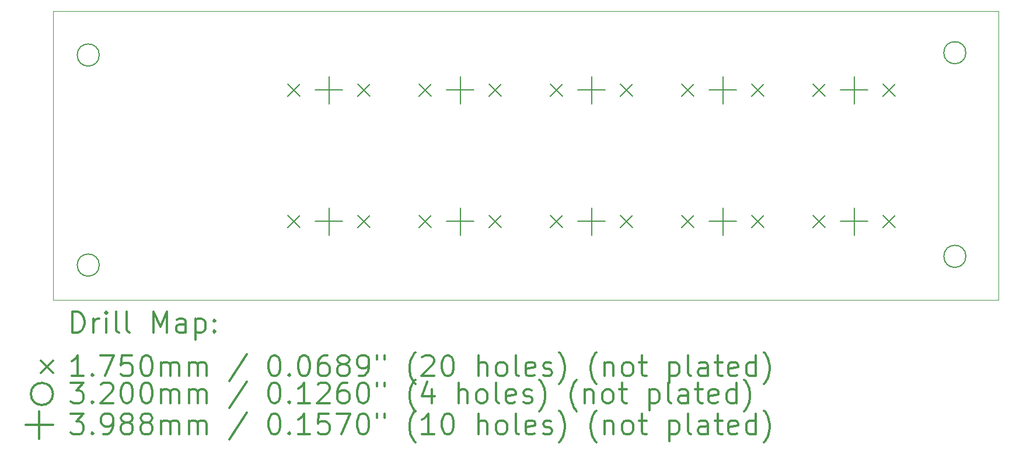
<source format=gbr>
%FSLAX45Y45*%
G04 Gerber Fmt 4.5, Leading zero omitted, Abs format (unit mm)*
G04 Created by KiCad (PCBNEW (5.1.10)-1) date 2022-01-19 18:15:39*
%MOMM*%
%LPD*%
G01*
G04 APERTURE LIST*
%TA.AperFunction,Profile*%
%ADD10C,0.100000*%
%TD*%
%ADD11C,0.200000*%
%ADD12C,0.300000*%
G04 APERTURE END LIST*
D10*
X21590000Y-8001000D02*
X21590000Y-12192000D01*
X7874000Y-8001000D02*
X21590000Y-8001000D01*
X7874000Y-12192000D02*
X7874000Y-8001000D01*
X21590000Y-12192000D02*
X7874000Y-12192000D01*
D11*
X11279000Y-9056500D02*
X11454000Y-9231500D01*
X11454000Y-9056500D02*
X11279000Y-9231500D01*
X11279000Y-10961500D02*
X11454000Y-11136500D01*
X11454000Y-10961500D02*
X11279000Y-11136500D01*
X12295000Y-9056500D02*
X12470000Y-9231500D01*
X12470000Y-9056500D02*
X12295000Y-9231500D01*
X12295000Y-10961500D02*
X12470000Y-11136500D01*
X12470000Y-10961500D02*
X12295000Y-11136500D01*
X13184000Y-9056500D02*
X13359000Y-9231500D01*
X13359000Y-9056500D02*
X13184000Y-9231500D01*
X13184000Y-10961500D02*
X13359000Y-11136500D01*
X13359000Y-10961500D02*
X13184000Y-11136500D01*
X14200000Y-9056500D02*
X14375000Y-9231500D01*
X14375000Y-9056500D02*
X14200000Y-9231500D01*
X14200000Y-10961500D02*
X14375000Y-11136500D01*
X14375000Y-10961500D02*
X14200000Y-11136500D01*
X15089000Y-9056500D02*
X15264000Y-9231500D01*
X15264000Y-9056500D02*
X15089000Y-9231500D01*
X15089000Y-10961500D02*
X15264000Y-11136500D01*
X15264000Y-10961500D02*
X15089000Y-11136500D01*
X16105000Y-9056500D02*
X16280000Y-9231500D01*
X16280000Y-9056500D02*
X16105000Y-9231500D01*
X16105000Y-10961500D02*
X16280000Y-11136500D01*
X16280000Y-10961500D02*
X16105000Y-11136500D01*
X16994000Y-9056500D02*
X17169000Y-9231500D01*
X17169000Y-9056500D02*
X16994000Y-9231500D01*
X16994000Y-10961500D02*
X17169000Y-11136500D01*
X17169000Y-10961500D02*
X16994000Y-11136500D01*
X18010000Y-9056500D02*
X18185000Y-9231500D01*
X18185000Y-9056500D02*
X18010000Y-9231500D01*
X18010000Y-10961500D02*
X18185000Y-11136500D01*
X18185000Y-10961500D02*
X18010000Y-11136500D01*
X18899000Y-9056500D02*
X19074000Y-9231500D01*
X19074000Y-9056500D02*
X18899000Y-9231500D01*
X18899000Y-10961500D02*
X19074000Y-11136500D01*
X19074000Y-10961500D02*
X18899000Y-11136500D01*
X19915000Y-9056500D02*
X20090000Y-9231500D01*
X20090000Y-9056500D02*
X19915000Y-9231500D01*
X19915000Y-10961500D02*
X20090000Y-11136500D01*
X20090000Y-10961500D02*
X19915000Y-11136500D01*
X8542000Y-8636000D02*
G75*
G03*
X8542000Y-8636000I-160000J0D01*
G01*
X8542000Y-11684000D02*
G75*
G03*
X8542000Y-11684000I-160000J0D01*
G01*
X21114500Y-8602500D02*
G75*
G03*
X21114500Y-8602500I-160000J0D01*
G01*
X21115000Y-11557000D02*
G75*
G03*
X21115000Y-11557000I-160000J0D01*
G01*
X11874500Y-8944610D02*
X11874500Y-9343390D01*
X11675110Y-9144000D02*
X12073890Y-9144000D01*
X11874500Y-10849610D02*
X11874500Y-11248390D01*
X11675110Y-11049000D02*
X12073890Y-11049000D01*
X13779500Y-8944610D02*
X13779500Y-9343390D01*
X13580110Y-9144000D02*
X13978890Y-9144000D01*
X13779500Y-10849610D02*
X13779500Y-11248390D01*
X13580110Y-11049000D02*
X13978890Y-11049000D01*
X15684500Y-8944610D02*
X15684500Y-9343390D01*
X15485110Y-9144000D02*
X15883890Y-9144000D01*
X15684500Y-10849610D02*
X15684500Y-11248390D01*
X15485110Y-11049000D02*
X15883890Y-11049000D01*
X17589500Y-8944610D02*
X17589500Y-9343390D01*
X17390110Y-9144000D02*
X17788890Y-9144000D01*
X17589500Y-10849610D02*
X17589500Y-11248390D01*
X17390110Y-11049000D02*
X17788890Y-11049000D01*
X19494500Y-8944610D02*
X19494500Y-9343390D01*
X19295110Y-9144000D02*
X19693890Y-9144000D01*
X19494500Y-10849610D02*
X19494500Y-11248390D01*
X19295110Y-11049000D02*
X19693890Y-11049000D01*
D12*
X8155428Y-12662714D02*
X8155428Y-12362714D01*
X8226857Y-12362714D01*
X8269714Y-12377000D01*
X8298286Y-12405571D01*
X8312571Y-12434143D01*
X8326857Y-12491286D01*
X8326857Y-12534143D01*
X8312571Y-12591286D01*
X8298286Y-12619857D01*
X8269714Y-12648429D01*
X8226857Y-12662714D01*
X8155428Y-12662714D01*
X8455428Y-12662714D02*
X8455428Y-12462714D01*
X8455428Y-12519857D02*
X8469714Y-12491286D01*
X8484000Y-12477000D01*
X8512571Y-12462714D01*
X8541143Y-12462714D01*
X8641143Y-12662714D02*
X8641143Y-12462714D01*
X8641143Y-12362714D02*
X8626857Y-12377000D01*
X8641143Y-12391286D01*
X8655428Y-12377000D01*
X8641143Y-12362714D01*
X8641143Y-12391286D01*
X8826857Y-12662714D02*
X8798286Y-12648429D01*
X8784000Y-12619857D01*
X8784000Y-12362714D01*
X8984000Y-12662714D02*
X8955428Y-12648429D01*
X8941143Y-12619857D01*
X8941143Y-12362714D01*
X9326857Y-12662714D02*
X9326857Y-12362714D01*
X9426857Y-12577000D01*
X9526857Y-12362714D01*
X9526857Y-12662714D01*
X9798286Y-12662714D02*
X9798286Y-12505571D01*
X9784000Y-12477000D01*
X9755428Y-12462714D01*
X9698286Y-12462714D01*
X9669714Y-12477000D01*
X9798286Y-12648429D02*
X9769714Y-12662714D01*
X9698286Y-12662714D01*
X9669714Y-12648429D01*
X9655428Y-12619857D01*
X9655428Y-12591286D01*
X9669714Y-12562714D01*
X9698286Y-12548429D01*
X9769714Y-12548429D01*
X9798286Y-12534143D01*
X9941143Y-12462714D02*
X9941143Y-12762714D01*
X9941143Y-12477000D02*
X9969714Y-12462714D01*
X10026857Y-12462714D01*
X10055428Y-12477000D01*
X10069714Y-12491286D01*
X10084000Y-12519857D01*
X10084000Y-12605571D01*
X10069714Y-12634143D01*
X10055428Y-12648429D01*
X10026857Y-12662714D01*
X9969714Y-12662714D01*
X9941143Y-12648429D01*
X10212571Y-12634143D02*
X10226857Y-12648429D01*
X10212571Y-12662714D01*
X10198286Y-12648429D01*
X10212571Y-12634143D01*
X10212571Y-12662714D01*
X10212571Y-12477000D02*
X10226857Y-12491286D01*
X10212571Y-12505571D01*
X10198286Y-12491286D01*
X10212571Y-12477000D01*
X10212571Y-12505571D01*
X7694000Y-13069500D02*
X7869000Y-13244500D01*
X7869000Y-13069500D02*
X7694000Y-13244500D01*
X8312571Y-13292714D02*
X8141143Y-13292714D01*
X8226857Y-13292714D02*
X8226857Y-12992714D01*
X8198286Y-13035571D01*
X8169714Y-13064143D01*
X8141143Y-13078429D01*
X8441143Y-13264143D02*
X8455428Y-13278429D01*
X8441143Y-13292714D01*
X8426857Y-13278429D01*
X8441143Y-13264143D01*
X8441143Y-13292714D01*
X8555428Y-12992714D02*
X8755428Y-12992714D01*
X8626857Y-13292714D01*
X9012571Y-12992714D02*
X8869714Y-12992714D01*
X8855428Y-13135571D01*
X8869714Y-13121286D01*
X8898286Y-13107000D01*
X8969714Y-13107000D01*
X8998286Y-13121286D01*
X9012571Y-13135571D01*
X9026857Y-13164143D01*
X9026857Y-13235571D01*
X9012571Y-13264143D01*
X8998286Y-13278429D01*
X8969714Y-13292714D01*
X8898286Y-13292714D01*
X8869714Y-13278429D01*
X8855428Y-13264143D01*
X9212571Y-12992714D02*
X9241143Y-12992714D01*
X9269714Y-13007000D01*
X9284000Y-13021286D01*
X9298286Y-13049857D01*
X9312571Y-13107000D01*
X9312571Y-13178429D01*
X9298286Y-13235571D01*
X9284000Y-13264143D01*
X9269714Y-13278429D01*
X9241143Y-13292714D01*
X9212571Y-13292714D01*
X9184000Y-13278429D01*
X9169714Y-13264143D01*
X9155428Y-13235571D01*
X9141143Y-13178429D01*
X9141143Y-13107000D01*
X9155428Y-13049857D01*
X9169714Y-13021286D01*
X9184000Y-13007000D01*
X9212571Y-12992714D01*
X9441143Y-13292714D02*
X9441143Y-13092714D01*
X9441143Y-13121286D02*
X9455428Y-13107000D01*
X9484000Y-13092714D01*
X9526857Y-13092714D01*
X9555428Y-13107000D01*
X9569714Y-13135571D01*
X9569714Y-13292714D01*
X9569714Y-13135571D02*
X9584000Y-13107000D01*
X9612571Y-13092714D01*
X9655428Y-13092714D01*
X9684000Y-13107000D01*
X9698286Y-13135571D01*
X9698286Y-13292714D01*
X9841143Y-13292714D02*
X9841143Y-13092714D01*
X9841143Y-13121286D02*
X9855428Y-13107000D01*
X9884000Y-13092714D01*
X9926857Y-13092714D01*
X9955428Y-13107000D01*
X9969714Y-13135571D01*
X9969714Y-13292714D01*
X9969714Y-13135571D02*
X9984000Y-13107000D01*
X10012571Y-13092714D01*
X10055428Y-13092714D01*
X10084000Y-13107000D01*
X10098286Y-13135571D01*
X10098286Y-13292714D01*
X10684000Y-12978429D02*
X10426857Y-13364143D01*
X11069714Y-12992714D02*
X11098286Y-12992714D01*
X11126857Y-13007000D01*
X11141143Y-13021286D01*
X11155428Y-13049857D01*
X11169714Y-13107000D01*
X11169714Y-13178429D01*
X11155428Y-13235571D01*
X11141143Y-13264143D01*
X11126857Y-13278429D01*
X11098286Y-13292714D01*
X11069714Y-13292714D01*
X11041143Y-13278429D01*
X11026857Y-13264143D01*
X11012571Y-13235571D01*
X10998286Y-13178429D01*
X10998286Y-13107000D01*
X11012571Y-13049857D01*
X11026857Y-13021286D01*
X11041143Y-13007000D01*
X11069714Y-12992714D01*
X11298286Y-13264143D02*
X11312571Y-13278429D01*
X11298286Y-13292714D01*
X11284000Y-13278429D01*
X11298286Y-13264143D01*
X11298286Y-13292714D01*
X11498286Y-12992714D02*
X11526857Y-12992714D01*
X11555428Y-13007000D01*
X11569714Y-13021286D01*
X11584000Y-13049857D01*
X11598286Y-13107000D01*
X11598286Y-13178429D01*
X11584000Y-13235571D01*
X11569714Y-13264143D01*
X11555428Y-13278429D01*
X11526857Y-13292714D01*
X11498286Y-13292714D01*
X11469714Y-13278429D01*
X11455428Y-13264143D01*
X11441143Y-13235571D01*
X11426857Y-13178429D01*
X11426857Y-13107000D01*
X11441143Y-13049857D01*
X11455428Y-13021286D01*
X11469714Y-13007000D01*
X11498286Y-12992714D01*
X11855428Y-12992714D02*
X11798286Y-12992714D01*
X11769714Y-13007000D01*
X11755428Y-13021286D01*
X11726857Y-13064143D01*
X11712571Y-13121286D01*
X11712571Y-13235571D01*
X11726857Y-13264143D01*
X11741143Y-13278429D01*
X11769714Y-13292714D01*
X11826857Y-13292714D01*
X11855428Y-13278429D01*
X11869714Y-13264143D01*
X11884000Y-13235571D01*
X11884000Y-13164143D01*
X11869714Y-13135571D01*
X11855428Y-13121286D01*
X11826857Y-13107000D01*
X11769714Y-13107000D01*
X11741143Y-13121286D01*
X11726857Y-13135571D01*
X11712571Y-13164143D01*
X12055428Y-13121286D02*
X12026857Y-13107000D01*
X12012571Y-13092714D01*
X11998286Y-13064143D01*
X11998286Y-13049857D01*
X12012571Y-13021286D01*
X12026857Y-13007000D01*
X12055428Y-12992714D01*
X12112571Y-12992714D01*
X12141143Y-13007000D01*
X12155428Y-13021286D01*
X12169714Y-13049857D01*
X12169714Y-13064143D01*
X12155428Y-13092714D01*
X12141143Y-13107000D01*
X12112571Y-13121286D01*
X12055428Y-13121286D01*
X12026857Y-13135571D01*
X12012571Y-13149857D01*
X11998286Y-13178429D01*
X11998286Y-13235571D01*
X12012571Y-13264143D01*
X12026857Y-13278429D01*
X12055428Y-13292714D01*
X12112571Y-13292714D01*
X12141143Y-13278429D01*
X12155428Y-13264143D01*
X12169714Y-13235571D01*
X12169714Y-13178429D01*
X12155428Y-13149857D01*
X12141143Y-13135571D01*
X12112571Y-13121286D01*
X12312571Y-13292714D02*
X12369714Y-13292714D01*
X12398286Y-13278429D01*
X12412571Y-13264143D01*
X12441143Y-13221286D01*
X12455428Y-13164143D01*
X12455428Y-13049857D01*
X12441143Y-13021286D01*
X12426857Y-13007000D01*
X12398286Y-12992714D01*
X12341143Y-12992714D01*
X12312571Y-13007000D01*
X12298286Y-13021286D01*
X12284000Y-13049857D01*
X12284000Y-13121286D01*
X12298286Y-13149857D01*
X12312571Y-13164143D01*
X12341143Y-13178429D01*
X12398286Y-13178429D01*
X12426857Y-13164143D01*
X12441143Y-13149857D01*
X12455428Y-13121286D01*
X12569714Y-12992714D02*
X12569714Y-13049857D01*
X12684000Y-12992714D02*
X12684000Y-13049857D01*
X13126857Y-13407000D02*
X13112571Y-13392714D01*
X13084000Y-13349857D01*
X13069714Y-13321286D01*
X13055428Y-13278429D01*
X13041143Y-13207000D01*
X13041143Y-13149857D01*
X13055428Y-13078429D01*
X13069714Y-13035571D01*
X13084000Y-13007000D01*
X13112571Y-12964143D01*
X13126857Y-12949857D01*
X13226857Y-13021286D02*
X13241143Y-13007000D01*
X13269714Y-12992714D01*
X13341143Y-12992714D01*
X13369714Y-13007000D01*
X13384000Y-13021286D01*
X13398286Y-13049857D01*
X13398286Y-13078429D01*
X13384000Y-13121286D01*
X13212571Y-13292714D01*
X13398286Y-13292714D01*
X13584000Y-12992714D02*
X13612571Y-12992714D01*
X13641143Y-13007000D01*
X13655428Y-13021286D01*
X13669714Y-13049857D01*
X13684000Y-13107000D01*
X13684000Y-13178429D01*
X13669714Y-13235571D01*
X13655428Y-13264143D01*
X13641143Y-13278429D01*
X13612571Y-13292714D01*
X13584000Y-13292714D01*
X13555428Y-13278429D01*
X13541143Y-13264143D01*
X13526857Y-13235571D01*
X13512571Y-13178429D01*
X13512571Y-13107000D01*
X13526857Y-13049857D01*
X13541143Y-13021286D01*
X13555428Y-13007000D01*
X13584000Y-12992714D01*
X14041143Y-13292714D02*
X14041143Y-12992714D01*
X14169714Y-13292714D02*
X14169714Y-13135571D01*
X14155428Y-13107000D01*
X14126857Y-13092714D01*
X14084000Y-13092714D01*
X14055428Y-13107000D01*
X14041143Y-13121286D01*
X14355428Y-13292714D02*
X14326857Y-13278429D01*
X14312571Y-13264143D01*
X14298286Y-13235571D01*
X14298286Y-13149857D01*
X14312571Y-13121286D01*
X14326857Y-13107000D01*
X14355428Y-13092714D01*
X14398286Y-13092714D01*
X14426857Y-13107000D01*
X14441143Y-13121286D01*
X14455428Y-13149857D01*
X14455428Y-13235571D01*
X14441143Y-13264143D01*
X14426857Y-13278429D01*
X14398286Y-13292714D01*
X14355428Y-13292714D01*
X14626857Y-13292714D02*
X14598286Y-13278429D01*
X14584000Y-13249857D01*
X14584000Y-12992714D01*
X14855428Y-13278429D02*
X14826857Y-13292714D01*
X14769714Y-13292714D01*
X14741143Y-13278429D01*
X14726857Y-13249857D01*
X14726857Y-13135571D01*
X14741143Y-13107000D01*
X14769714Y-13092714D01*
X14826857Y-13092714D01*
X14855428Y-13107000D01*
X14869714Y-13135571D01*
X14869714Y-13164143D01*
X14726857Y-13192714D01*
X14984000Y-13278429D02*
X15012571Y-13292714D01*
X15069714Y-13292714D01*
X15098286Y-13278429D01*
X15112571Y-13249857D01*
X15112571Y-13235571D01*
X15098286Y-13207000D01*
X15069714Y-13192714D01*
X15026857Y-13192714D01*
X14998286Y-13178429D01*
X14984000Y-13149857D01*
X14984000Y-13135571D01*
X14998286Y-13107000D01*
X15026857Y-13092714D01*
X15069714Y-13092714D01*
X15098286Y-13107000D01*
X15212571Y-13407000D02*
X15226857Y-13392714D01*
X15255428Y-13349857D01*
X15269714Y-13321286D01*
X15284000Y-13278429D01*
X15298286Y-13207000D01*
X15298286Y-13149857D01*
X15284000Y-13078429D01*
X15269714Y-13035571D01*
X15255428Y-13007000D01*
X15226857Y-12964143D01*
X15212571Y-12949857D01*
X15755428Y-13407000D02*
X15741143Y-13392714D01*
X15712571Y-13349857D01*
X15698286Y-13321286D01*
X15684000Y-13278429D01*
X15669714Y-13207000D01*
X15669714Y-13149857D01*
X15684000Y-13078429D01*
X15698286Y-13035571D01*
X15712571Y-13007000D01*
X15741143Y-12964143D01*
X15755428Y-12949857D01*
X15869714Y-13092714D02*
X15869714Y-13292714D01*
X15869714Y-13121286D02*
X15884000Y-13107000D01*
X15912571Y-13092714D01*
X15955428Y-13092714D01*
X15984000Y-13107000D01*
X15998286Y-13135571D01*
X15998286Y-13292714D01*
X16184000Y-13292714D02*
X16155428Y-13278429D01*
X16141143Y-13264143D01*
X16126857Y-13235571D01*
X16126857Y-13149857D01*
X16141143Y-13121286D01*
X16155428Y-13107000D01*
X16184000Y-13092714D01*
X16226857Y-13092714D01*
X16255428Y-13107000D01*
X16269714Y-13121286D01*
X16284000Y-13149857D01*
X16284000Y-13235571D01*
X16269714Y-13264143D01*
X16255428Y-13278429D01*
X16226857Y-13292714D01*
X16184000Y-13292714D01*
X16369714Y-13092714D02*
X16484000Y-13092714D01*
X16412571Y-12992714D02*
X16412571Y-13249857D01*
X16426857Y-13278429D01*
X16455428Y-13292714D01*
X16484000Y-13292714D01*
X16812571Y-13092714D02*
X16812571Y-13392714D01*
X16812571Y-13107000D02*
X16841143Y-13092714D01*
X16898286Y-13092714D01*
X16926857Y-13107000D01*
X16941143Y-13121286D01*
X16955428Y-13149857D01*
X16955428Y-13235571D01*
X16941143Y-13264143D01*
X16926857Y-13278429D01*
X16898286Y-13292714D01*
X16841143Y-13292714D01*
X16812571Y-13278429D01*
X17126857Y-13292714D02*
X17098286Y-13278429D01*
X17084000Y-13249857D01*
X17084000Y-12992714D01*
X17369714Y-13292714D02*
X17369714Y-13135571D01*
X17355428Y-13107000D01*
X17326857Y-13092714D01*
X17269714Y-13092714D01*
X17241143Y-13107000D01*
X17369714Y-13278429D02*
X17341143Y-13292714D01*
X17269714Y-13292714D01*
X17241143Y-13278429D01*
X17226857Y-13249857D01*
X17226857Y-13221286D01*
X17241143Y-13192714D01*
X17269714Y-13178429D01*
X17341143Y-13178429D01*
X17369714Y-13164143D01*
X17469714Y-13092714D02*
X17584000Y-13092714D01*
X17512571Y-12992714D02*
X17512571Y-13249857D01*
X17526857Y-13278429D01*
X17555428Y-13292714D01*
X17584000Y-13292714D01*
X17798286Y-13278429D02*
X17769714Y-13292714D01*
X17712571Y-13292714D01*
X17684000Y-13278429D01*
X17669714Y-13249857D01*
X17669714Y-13135571D01*
X17684000Y-13107000D01*
X17712571Y-13092714D01*
X17769714Y-13092714D01*
X17798286Y-13107000D01*
X17812571Y-13135571D01*
X17812571Y-13164143D01*
X17669714Y-13192714D01*
X18069714Y-13292714D02*
X18069714Y-12992714D01*
X18069714Y-13278429D02*
X18041143Y-13292714D01*
X17984000Y-13292714D01*
X17955428Y-13278429D01*
X17941143Y-13264143D01*
X17926857Y-13235571D01*
X17926857Y-13149857D01*
X17941143Y-13121286D01*
X17955428Y-13107000D01*
X17984000Y-13092714D01*
X18041143Y-13092714D01*
X18069714Y-13107000D01*
X18184000Y-13407000D02*
X18198286Y-13392714D01*
X18226857Y-13349857D01*
X18241143Y-13321286D01*
X18255428Y-13278429D01*
X18269714Y-13207000D01*
X18269714Y-13149857D01*
X18255428Y-13078429D01*
X18241143Y-13035571D01*
X18226857Y-13007000D01*
X18198286Y-12964143D01*
X18184000Y-12949857D01*
X7869000Y-13553000D02*
G75*
G03*
X7869000Y-13553000I-160000J0D01*
G01*
X8126857Y-13388714D02*
X8312571Y-13388714D01*
X8212571Y-13503000D01*
X8255428Y-13503000D01*
X8284000Y-13517286D01*
X8298286Y-13531571D01*
X8312571Y-13560143D01*
X8312571Y-13631571D01*
X8298286Y-13660143D01*
X8284000Y-13674429D01*
X8255428Y-13688714D01*
X8169714Y-13688714D01*
X8141143Y-13674429D01*
X8126857Y-13660143D01*
X8441143Y-13660143D02*
X8455428Y-13674429D01*
X8441143Y-13688714D01*
X8426857Y-13674429D01*
X8441143Y-13660143D01*
X8441143Y-13688714D01*
X8569714Y-13417286D02*
X8584000Y-13403000D01*
X8612571Y-13388714D01*
X8684000Y-13388714D01*
X8712571Y-13403000D01*
X8726857Y-13417286D01*
X8741143Y-13445857D01*
X8741143Y-13474429D01*
X8726857Y-13517286D01*
X8555428Y-13688714D01*
X8741143Y-13688714D01*
X8926857Y-13388714D02*
X8955428Y-13388714D01*
X8984000Y-13403000D01*
X8998286Y-13417286D01*
X9012571Y-13445857D01*
X9026857Y-13503000D01*
X9026857Y-13574429D01*
X9012571Y-13631571D01*
X8998286Y-13660143D01*
X8984000Y-13674429D01*
X8955428Y-13688714D01*
X8926857Y-13688714D01*
X8898286Y-13674429D01*
X8884000Y-13660143D01*
X8869714Y-13631571D01*
X8855428Y-13574429D01*
X8855428Y-13503000D01*
X8869714Y-13445857D01*
X8884000Y-13417286D01*
X8898286Y-13403000D01*
X8926857Y-13388714D01*
X9212571Y-13388714D02*
X9241143Y-13388714D01*
X9269714Y-13403000D01*
X9284000Y-13417286D01*
X9298286Y-13445857D01*
X9312571Y-13503000D01*
X9312571Y-13574429D01*
X9298286Y-13631571D01*
X9284000Y-13660143D01*
X9269714Y-13674429D01*
X9241143Y-13688714D01*
X9212571Y-13688714D01*
X9184000Y-13674429D01*
X9169714Y-13660143D01*
X9155428Y-13631571D01*
X9141143Y-13574429D01*
X9141143Y-13503000D01*
X9155428Y-13445857D01*
X9169714Y-13417286D01*
X9184000Y-13403000D01*
X9212571Y-13388714D01*
X9441143Y-13688714D02*
X9441143Y-13488714D01*
X9441143Y-13517286D02*
X9455428Y-13503000D01*
X9484000Y-13488714D01*
X9526857Y-13488714D01*
X9555428Y-13503000D01*
X9569714Y-13531571D01*
X9569714Y-13688714D01*
X9569714Y-13531571D02*
X9584000Y-13503000D01*
X9612571Y-13488714D01*
X9655428Y-13488714D01*
X9684000Y-13503000D01*
X9698286Y-13531571D01*
X9698286Y-13688714D01*
X9841143Y-13688714D02*
X9841143Y-13488714D01*
X9841143Y-13517286D02*
X9855428Y-13503000D01*
X9884000Y-13488714D01*
X9926857Y-13488714D01*
X9955428Y-13503000D01*
X9969714Y-13531571D01*
X9969714Y-13688714D01*
X9969714Y-13531571D02*
X9984000Y-13503000D01*
X10012571Y-13488714D01*
X10055428Y-13488714D01*
X10084000Y-13503000D01*
X10098286Y-13531571D01*
X10098286Y-13688714D01*
X10684000Y-13374429D02*
X10426857Y-13760143D01*
X11069714Y-13388714D02*
X11098286Y-13388714D01*
X11126857Y-13403000D01*
X11141143Y-13417286D01*
X11155428Y-13445857D01*
X11169714Y-13503000D01*
X11169714Y-13574429D01*
X11155428Y-13631571D01*
X11141143Y-13660143D01*
X11126857Y-13674429D01*
X11098286Y-13688714D01*
X11069714Y-13688714D01*
X11041143Y-13674429D01*
X11026857Y-13660143D01*
X11012571Y-13631571D01*
X10998286Y-13574429D01*
X10998286Y-13503000D01*
X11012571Y-13445857D01*
X11026857Y-13417286D01*
X11041143Y-13403000D01*
X11069714Y-13388714D01*
X11298286Y-13660143D02*
X11312571Y-13674429D01*
X11298286Y-13688714D01*
X11284000Y-13674429D01*
X11298286Y-13660143D01*
X11298286Y-13688714D01*
X11598286Y-13688714D02*
X11426857Y-13688714D01*
X11512571Y-13688714D02*
X11512571Y-13388714D01*
X11484000Y-13431571D01*
X11455428Y-13460143D01*
X11426857Y-13474429D01*
X11712571Y-13417286D02*
X11726857Y-13403000D01*
X11755428Y-13388714D01*
X11826857Y-13388714D01*
X11855428Y-13403000D01*
X11869714Y-13417286D01*
X11884000Y-13445857D01*
X11884000Y-13474429D01*
X11869714Y-13517286D01*
X11698286Y-13688714D01*
X11884000Y-13688714D01*
X12141143Y-13388714D02*
X12084000Y-13388714D01*
X12055428Y-13403000D01*
X12041143Y-13417286D01*
X12012571Y-13460143D01*
X11998286Y-13517286D01*
X11998286Y-13631571D01*
X12012571Y-13660143D01*
X12026857Y-13674429D01*
X12055428Y-13688714D01*
X12112571Y-13688714D01*
X12141143Y-13674429D01*
X12155428Y-13660143D01*
X12169714Y-13631571D01*
X12169714Y-13560143D01*
X12155428Y-13531571D01*
X12141143Y-13517286D01*
X12112571Y-13503000D01*
X12055428Y-13503000D01*
X12026857Y-13517286D01*
X12012571Y-13531571D01*
X11998286Y-13560143D01*
X12355428Y-13388714D02*
X12384000Y-13388714D01*
X12412571Y-13403000D01*
X12426857Y-13417286D01*
X12441143Y-13445857D01*
X12455428Y-13503000D01*
X12455428Y-13574429D01*
X12441143Y-13631571D01*
X12426857Y-13660143D01*
X12412571Y-13674429D01*
X12384000Y-13688714D01*
X12355428Y-13688714D01*
X12326857Y-13674429D01*
X12312571Y-13660143D01*
X12298286Y-13631571D01*
X12284000Y-13574429D01*
X12284000Y-13503000D01*
X12298286Y-13445857D01*
X12312571Y-13417286D01*
X12326857Y-13403000D01*
X12355428Y-13388714D01*
X12569714Y-13388714D02*
X12569714Y-13445857D01*
X12684000Y-13388714D02*
X12684000Y-13445857D01*
X13126857Y-13803000D02*
X13112571Y-13788714D01*
X13084000Y-13745857D01*
X13069714Y-13717286D01*
X13055428Y-13674429D01*
X13041143Y-13603000D01*
X13041143Y-13545857D01*
X13055428Y-13474429D01*
X13069714Y-13431571D01*
X13084000Y-13403000D01*
X13112571Y-13360143D01*
X13126857Y-13345857D01*
X13369714Y-13488714D02*
X13369714Y-13688714D01*
X13298286Y-13374429D02*
X13226857Y-13588714D01*
X13412571Y-13588714D01*
X13755428Y-13688714D02*
X13755428Y-13388714D01*
X13884000Y-13688714D02*
X13884000Y-13531571D01*
X13869714Y-13503000D01*
X13841143Y-13488714D01*
X13798286Y-13488714D01*
X13769714Y-13503000D01*
X13755428Y-13517286D01*
X14069714Y-13688714D02*
X14041143Y-13674429D01*
X14026857Y-13660143D01*
X14012571Y-13631571D01*
X14012571Y-13545857D01*
X14026857Y-13517286D01*
X14041143Y-13503000D01*
X14069714Y-13488714D01*
X14112571Y-13488714D01*
X14141143Y-13503000D01*
X14155428Y-13517286D01*
X14169714Y-13545857D01*
X14169714Y-13631571D01*
X14155428Y-13660143D01*
X14141143Y-13674429D01*
X14112571Y-13688714D01*
X14069714Y-13688714D01*
X14341143Y-13688714D02*
X14312571Y-13674429D01*
X14298286Y-13645857D01*
X14298286Y-13388714D01*
X14569714Y-13674429D02*
X14541143Y-13688714D01*
X14484000Y-13688714D01*
X14455428Y-13674429D01*
X14441143Y-13645857D01*
X14441143Y-13531571D01*
X14455428Y-13503000D01*
X14484000Y-13488714D01*
X14541143Y-13488714D01*
X14569714Y-13503000D01*
X14584000Y-13531571D01*
X14584000Y-13560143D01*
X14441143Y-13588714D01*
X14698286Y-13674429D02*
X14726857Y-13688714D01*
X14784000Y-13688714D01*
X14812571Y-13674429D01*
X14826857Y-13645857D01*
X14826857Y-13631571D01*
X14812571Y-13603000D01*
X14784000Y-13588714D01*
X14741143Y-13588714D01*
X14712571Y-13574429D01*
X14698286Y-13545857D01*
X14698286Y-13531571D01*
X14712571Y-13503000D01*
X14741143Y-13488714D01*
X14784000Y-13488714D01*
X14812571Y-13503000D01*
X14926857Y-13803000D02*
X14941143Y-13788714D01*
X14969714Y-13745857D01*
X14984000Y-13717286D01*
X14998286Y-13674429D01*
X15012571Y-13603000D01*
X15012571Y-13545857D01*
X14998286Y-13474429D01*
X14984000Y-13431571D01*
X14969714Y-13403000D01*
X14941143Y-13360143D01*
X14926857Y-13345857D01*
X15469714Y-13803000D02*
X15455428Y-13788714D01*
X15426857Y-13745857D01*
X15412571Y-13717286D01*
X15398286Y-13674429D01*
X15384000Y-13603000D01*
X15384000Y-13545857D01*
X15398286Y-13474429D01*
X15412571Y-13431571D01*
X15426857Y-13403000D01*
X15455428Y-13360143D01*
X15469714Y-13345857D01*
X15584000Y-13488714D02*
X15584000Y-13688714D01*
X15584000Y-13517286D02*
X15598286Y-13503000D01*
X15626857Y-13488714D01*
X15669714Y-13488714D01*
X15698286Y-13503000D01*
X15712571Y-13531571D01*
X15712571Y-13688714D01*
X15898286Y-13688714D02*
X15869714Y-13674429D01*
X15855428Y-13660143D01*
X15841143Y-13631571D01*
X15841143Y-13545857D01*
X15855428Y-13517286D01*
X15869714Y-13503000D01*
X15898286Y-13488714D01*
X15941143Y-13488714D01*
X15969714Y-13503000D01*
X15984000Y-13517286D01*
X15998286Y-13545857D01*
X15998286Y-13631571D01*
X15984000Y-13660143D01*
X15969714Y-13674429D01*
X15941143Y-13688714D01*
X15898286Y-13688714D01*
X16084000Y-13488714D02*
X16198286Y-13488714D01*
X16126857Y-13388714D02*
X16126857Y-13645857D01*
X16141143Y-13674429D01*
X16169714Y-13688714D01*
X16198286Y-13688714D01*
X16526857Y-13488714D02*
X16526857Y-13788714D01*
X16526857Y-13503000D02*
X16555428Y-13488714D01*
X16612571Y-13488714D01*
X16641143Y-13503000D01*
X16655428Y-13517286D01*
X16669714Y-13545857D01*
X16669714Y-13631571D01*
X16655428Y-13660143D01*
X16641143Y-13674429D01*
X16612571Y-13688714D01*
X16555428Y-13688714D01*
X16526857Y-13674429D01*
X16841143Y-13688714D02*
X16812571Y-13674429D01*
X16798286Y-13645857D01*
X16798286Y-13388714D01*
X17084000Y-13688714D02*
X17084000Y-13531571D01*
X17069714Y-13503000D01*
X17041143Y-13488714D01*
X16984000Y-13488714D01*
X16955428Y-13503000D01*
X17084000Y-13674429D02*
X17055428Y-13688714D01*
X16984000Y-13688714D01*
X16955428Y-13674429D01*
X16941143Y-13645857D01*
X16941143Y-13617286D01*
X16955428Y-13588714D01*
X16984000Y-13574429D01*
X17055428Y-13574429D01*
X17084000Y-13560143D01*
X17184000Y-13488714D02*
X17298286Y-13488714D01*
X17226857Y-13388714D02*
X17226857Y-13645857D01*
X17241143Y-13674429D01*
X17269714Y-13688714D01*
X17298286Y-13688714D01*
X17512571Y-13674429D02*
X17484000Y-13688714D01*
X17426857Y-13688714D01*
X17398286Y-13674429D01*
X17384000Y-13645857D01*
X17384000Y-13531571D01*
X17398286Y-13503000D01*
X17426857Y-13488714D01*
X17484000Y-13488714D01*
X17512571Y-13503000D01*
X17526857Y-13531571D01*
X17526857Y-13560143D01*
X17384000Y-13588714D01*
X17784000Y-13688714D02*
X17784000Y-13388714D01*
X17784000Y-13674429D02*
X17755428Y-13688714D01*
X17698286Y-13688714D01*
X17669714Y-13674429D01*
X17655428Y-13660143D01*
X17641143Y-13631571D01*
X17641143Y-13545857D01*
X17655428Y-13517286D01*
X17669714Y-13503000D01*
X17698286Y-13488714D01*
X17755428Y-13488714D01*
X17784000Y-13503000D01*
X17898286Y-13803000D02*
X17912571Y-13788714D01*
X17941143Y-13745857D01*
X17955428Y-13717286D01*
X17969714Y-13674429D01*
X17984000Y-13603000D01*
X17984000Y-13545857D01*
X17969714Y-13474429D01*
X17955428Y-13431571D01*
X17941143Y-13403000D01*
X17912571Y-13360143D01*
X17898286Y-13345857D01*
X7669610Y-13803610D02*
X7669610Y-14202390D01*
X7470220Y-14003000D02*
X7869000Y-14003000D01*
X8126857Y-13838714D02*
X8312571Y-13838714D01*
X8212571Y-13953000D01*
X8255428Y-13953000D01*
X8284000Y-13967286D01*
X8298286Y-13981571D01*
X8312571Y-14010143D01*
X8312571Y-14081571D01*
X8298286Y-14110143D01*
X8284000Y-14124429D01*
X8255428Y-14138714D01*
X8169714Y-14138714D01*
X8141143Y-14124429D01*
X8126857Y-14110143D01*
X8441143Y-14110143D02*
X8455428Y-14124429D01*
X8441143Y-14138714D01*
X8426857Y-14124429D01*
X8441143Y-14110143D01*
X8441143Y-14138714D01*
X8598286Y-14138714D02*
X8655428Y-14138714D01*
X8684000Y-14124429D01*
X8698286Y-14110143D01*
X8726857Y-14067286D01*
X8741143Y-14010143D01*
X8741143Y-13895857D01*
X8726857Y-13867286D01*
X8712571Y-13853000D01*
X8684000Y-13838714D01*
X8626857Y-13838714D01*
X8598286Y-13853000D01*
X8584000Y-13867286D01*
X8569714Y-13895857D01*
X8569714Y-13967286D01*
X8584000Y-13995857D01*
X8598286Y-14010143D01*
X8626857Y-14024429D01*
X8684000Y-14024429D01*
X8712571Y-14010143D01*
X8726857Y-13995857D01*
X8741143Y-13967286D01*
X8912571Y-13967286D02*
X8884000Y-13953000D01*
X8869714Y-13938714D01*
X8855428Y-13910143D01*
X8855428Y-13895857D01*
X8869714Y-13867286D01*
X8884000Y-13853000D01*
X8912571Y-13838714D01*
X8969714Y-13838714D01*
X8998286Y-13853000D01*
X9012571Y-13867286D01*
X9026857Y-13895857D01*
X9026857Y-13910143D01*
X9012571Y-13938714D01*
X8998286Y-13953000D01*
X8969714Y-13967286D01*
X8912571Y-13967286D01*
X8884000Y-13981571D01*
X8869714Y-13995857D01*
X8855428Y-14024429D01*
X8855428Y-14081571D01*
X8869714Y-14110143D01*
X8884000Y-14124429D01*
X8912571Y-14138714D01*
X8969714Y-14138714D01*
X8998286Y-14124429D01*
X9012571Y-14110143D01*
X9026857Y-14081571D01*
X9026857Y-14024429D01*
X9012571Y-13995857D01*
X8998286Y-13981571D01*
X8969714Y-13967286D01*
X9198286Y-13967286D02*
X9169714Y-13953000D01*
X9155428Y-13938714D01*
X9141143Y-13910143D01*
X9141143Y-13895857D01*
X9155428Y-13867286D01*
X9169714Y-13853000D01*
X9198286Y-13838714D01*
X9255428Y-13838714D01*
X9284000Y-13853000D01*
X9298286Y-13867286D01*
X9312571Y-13895857D01*
X9312571Y-13910143D01*
X9298286Y-13938714D01*
X9284000Y-13953000D01*
X9255428Y-13967286D01*
X9198286Y-13967286D01*
X9169714Y-13981571D01*
X9155428Y-13995857D01*
X9141143Y-14024429D01*
X9141143Y-14081571D01*
X9155428Y-14110143D01*
X9169714Y-14124429D01*
X9198286Y-14138714D01*
X9255428Y-14138714D01*
X9284000Y-14124429D01*
X9298286Y-14110143D01*
X9312571Y-14081571D01*
X9312571Y-14024429D01*
X9298286Y-13995857D01*
X9284000Y-13981571D01*
X9255428Y-13967286D01*
X9441143Y-14138714D02*
X9441143Y-13938714D01*
X9441143Y-13967286D02*
X9455428Y-13953000D01*
X9484000Y-13938714D01*
X9526857Y-13938714D01*
X9555428Y-13953000D01*
X9569714Y-13981571D01*
X9569714Y-14138714D01*
X9569714Y-13981571D02*
X9584000Y-13953000D01*
X9612571Y-13938714D01*
X9655428Y-13938714D01*
X9684000Y-13953000D01*
X9698286Y-13981571D01*
X9698286Y-14138714D01*
X9841143Y-14138714D02*
X9841143Y-13938714D01*
X9841143Y-13967286D02*
X9855428Y-13953000D01*
X9884000Y-13938714D01*
X9926857Y-13938714D01*
X9955428Y-13953000D01*
X9969714Y-13981571D01*
X9969714Y-14138714D01*
X9969714Y-13981571D02*
X9984000Y-13953000D01*
X10012571Y-13938714D01*
X10055428Y-13938714D01*
X10084000Y-13953000D01*
X10098286Y-13981571D01*
X10098286Y-14138714D01*
X10684000Y-13824429D02*
X10426857Y-14210143D01*
X11069714Y-13838714D02*
X11098286Y-13838714D01*
X11126857Y-13853000D01*
X11141143Y-13867286D01*
X11155428Y-13895857D01*
X11169714Y-13953000D01*
X11169714Y-14024429D01*
X11155428Y-14081571D01*
X11141143Y-14110143D01*
X11126857Y-14124429D01*
X11098286Y-14138714D01*
X11069714Y-14138714D01*
X11041143Y-14124429D01*
X11026857Y-14110143D01*
X11012571Y-14081571D01*
X10998286Y-14024429D01*
X10998286Y-13953000D01*
X11012571Y-13895857D01*
X11026857Y-13867286D01*
X11041143Y-13853000D01*
X11069714Y-13838714D01*
X11298286Y-14110143D02*
X11312571Y-14124429D01*
X11298286Y-14138714D01*
X11284000Y-14124429D01*
X11298286Y-14110143D01*
X11298286Y-14138714D01*
X11598286Y-14138714D02*
X11426857Y-14138714D01*
X11512571Y-14138714D02*
X11512571Y-13838714D01*
X11484000Y-13881571D01*
X11455428Y-13910143D01*
X11426857Y-13924429D01*
X11869714Y-13838714D02*
X11726857Y-13838714D01*
X11712571Y-13981571D01*
X11726857Y-13967286D01*
X11755428Y-13953000D01*
X11826857Y-13953000D01*
X11855428Y-13967286D01*
X11869714Y-13981571D01*
X11884000Y-14010143D01*
X11884000Y-14081571D01*
X11869714Y-14110143D01*
X11855428Y-14124429D01*
X11826857Y-14138714D01*
X11755428Y-14138714D01*
X11726857Y-14124429D01*
X11712571Y-14110143D01*
X11984000Y-13838714D02*
X12184000Y-13838714D01*
X12055428Y-14138714D01*
X12355428Y-13838714D02*
X12384000Y-13838714D01*
X12412571Y-13853000D01*
X12426857Y-13867286D01*
X12441143Y-13895857D01*
X12455428Y-13953000D01*
X12455428Y-14024429D01*
X12441143Y-14081571D01*
X12426857Y-14110143D01*
X12412571Y-14124429D01*
X12384000Y-14138714D01*
X12355428Y-14138714D01*
X12326857Y-14124429D01*
X12312571Y-14110143D01*
X12298286Y-14081571D01*
X12284000Y-14024429D01*
X12284000Y-13953000D01*
X12298286Y-13895857D01*
X12312571Y-13867286D01*
X12326857Y-13853000D01*
X12355428Y-13838714D01*
X12569714Y-13838714D02*
X12569714Y-13895857D01*
X12684000Y-13838714D02*
X12684000Y-13895857D01*
X13126857Y-14253000D02*
X13112571Y-14238714D01*
X13084000Y-14195857D01*
X13069714Y-14167286D01*
X13055428Y-14124429D01*
X13041143Y-14053000D01*
X13041143Y-13995857D01*
X13055428Y-13924429D01*
X13069714Y-13881571D01*
X13084000Y-13853000D01*
X13112571Y-13810143D01*
X13126857Y-13795857D01*
X13398286Y-14138714D02*
X13226857Y-14138714D01*
X13312571Y-14138714D02*
X13312571Y-13838714D01*
X13284000Y-13881571D01*
X13255428Y-13910143D01*
X13226857Y-13924429D01*
X13584000Y-13838714D02*
X13612571Y-13838714D01*
X13641143Y-13853000D01*
X13655428Y-13867286D01*
X13669714Y-13895857D01*
X13684000Y-13953000D01*
X13684000Y-14024429D01*
X13669714Y-14081571D01*
X13655428Y-14110143D01*
X13641143Y-14124429D01*
X13612571Y-14138714D01*
X13584000Y-14138714D01*
X13555428Y-14124429D01*
X13541143Y-14110143D01*
X13526857Y-14081571D01*
X13512571Y-14024429D01*
X13512571Y-13953000D01*
X13526857Y-13895857D01*
X13541143Y-13867286D01*
X13555428Y-13853000D01*
X13584000Y-13838714D01*
X14041143Y-14138714D02*
X14041143Y-13838714D01*
X14169714Y-14138714D02*
X14169714Y-13981571D01*
X14155428Y-13953000D01*
X14126857Y-13938714D01*
X14084000Y-13938714D01*
X14055428Y-13953000D01*
X14041143Y-13967286D01*
X14355428Y-14138714D02*
X14326857Y-14124429D01*
X14312571Y-14110143D01*
X14298286Y-14081571D01*
X14298286Y-13995857D01*
X14312571Y-13967286D01*
X14326857Y-13953000D01*
X14355428Y-13938714D01*
X14398286Y-13938714D01*
X14426857Y-13953000D01*
X14441143Y-13967286D01*
X14455428Y-13995857D01*
X14455428Y-14081571D01*
X14441143Y-14110143D01*
X14426857Y-14124429D01*
X14398286Y-14138714D01*
X14355428Y-14138714D01*
X14626857Y-14138714D02*
X14598286Y-14124429D01*
X14584000Y-14095857D01*
X14584000Y-13838714D01*
X14855428Y-14124429D02*
X14826857Y-14138714D01*
X14769714Y-14138714D01*
X14741143Y-14124429D01*
X14726857Y-14095857D01*
X14726857Y-13981571D01*
X14741143Y-13953000D01*
X14769714Y-13938714D01*
X14826857Y-13938714D01*
X14855428Y-13953000D01*
X14869714Y-13981571D01*
X14869714Y-14010143D01*
X14726857Y-14038714D01*
X14984000Y-14124429D02*
X15012571Y-14138714D01*
X15069714Y-14138714D01*
X15098286Y-14124429D01*
X15112571Y-14095857D01*
X15112571Y-14081571D01*
X15098286Y-14053000D01*
X15069714Y-14038714D01*
X15026857Y-14038714D01*
X14998286Y-14024429D01*
X14984000Y-13995857D01*
X14984000Y-13981571D01*
X14998286Y-13953000D01*
X15026857Y-13938714D01*
X15069714Y-13938714D01*
X15098286Y-13953000D01*
X15212571Y-14253000D02*
X15226857Y-14238714D01*
X15255428Y-14195857D01*
X15269714Y-14167286D01*
X15284000Y-14124429D01*
X15298286Y-14053000D01*
X15298286Y-13995857D01*
X15284000Y-13924429D01*
X15269714Y-13881571D01*
X15255428Y-13853000D01*
X15226857Y-13810143D01*
X15212571Y-13795857D01*
X15755428Y-14253000D02*
X15741143Y-14238714D01*
X15712571Y-14195857D01*
X15698286Y-14167286D01*
X15684000Y-14124429D01*
X15669714Y-14053000D01*
X15669714Y-13995857D01*
X15684000Y-13924429D01*
X15698286Y-13881571D01*
X15712571Y-13853000D01*
X15741143Y-13810143D01*
X15755428Y-13795857D01*
X15869714Y-13938714D02*
X15869714Y-14138714D01*
X15869714Y-13967286D02*
X15884000Y-13953000D01*
X15912571Y-13938714D01*
X15955428Y-13938714D01*
X15984000Y-13953000D01*
X15998286Y-13981571D01*
X15998286Y-14138714D01*
X16184000Y-14138714D02*
X16155428Y-14124429D01*
X16141143Y-14110143D01*
X16126857Y-14081571D01*
X16126857Y-13995857D01*
X16141143Y-13967286D01*
X16155428Y-13953000D01*
X16184000Y-13938714D01*
X16226857Y-13938714D01*
X16255428Y-13953000D01*
X16269714Y-13967286D01*
X16284000Y-13995857D01*
X16284000Y-14081571D01*
X16269714Y-14110143D01*
X16255428Y-14124429D01*
X16226857Y-14138714D01*
X16184000Y-14138714D01*
X16369714Y-13938714D02*
X16484000Y-13938714D01*
X16412571Y-13838714D02*
X16412571Y-14095857D01*
X16426857Y-14124429D01*
X16455428Y-14138714D01*
X16484000Y-14138714D01*
X16812571Y-13938714D02*
X16812571Y-14238714D01*
X16812571Y-13953000D02*
X16841143Y-13938714D01*
X16898286Y-13938714D01*
X16926857Y-13953000D01*
X16941143Y-13967286D01*
X16955428Y-13995857D01*
X16955428Y-14081571D01*
X16941143Y-14110143D01*
X16926857Y-14124429D01*
X16898286Y-14138714D01*
X16841143Y-14138714D01*
X16812571Y-14124429D01*
X17126857Y-14138714D02*
X17098286Y-14124429D01*
X17084000Y-14095857D01*
X17084000Y-13838714D01*
X17369714Y-14138714D02*
X17369714Y-13981571D01*
X17355428Y-13953000D01*
X17326857Y-13938714D01*
X17269714Y-13938714D01*
X17241143Y-13953000D01*
X17369714Y-14124429D02*
X17341143Y-14138714D01*
X17269714Y-14138714D01*
X17241143Y-14124429D01*
X17226857Y-14095857D01*
X17226857Y-14067286D01*
X17241143Y-14038714D01*
X17269714Y-14024429D01*
X17341143Y-14024429D01*
X17369714Y-14010143D01*
X17469714Y-13938714D02*
X17584000Y-13938714D01*
X17512571Y-13838714D02*
X17512571Y-14095857D01*
X17526857Y-14124429D01*
X17555428Y-14138714D01*
X17584000Y-14138714D01*
X17798286Y-14124429D02*
X17769714Y-14138714D01*
X17712571Y-14138714D01*
X17684000Y-14124429D01*
X17669714Y-14095857D01*
X17669714Y-13981571D01*
X17684000Y-13953000D01*
X17712571Y-13938714D01*
X17769714Y-13938714D01*
X17798286Y-13953000D01*
X17812571Y-13981571D01*
X17812571Y-14010143D01*
X17669714Y-14038714D01*
X18069714Y-14138714D02*
X18069714Y-13838714D01*
X18069714Y-14124429D02*
X18041143Y-14138714D01*
X17984000Y-14138714D01*
X17955428Y-14124429D01*
X17941143Y-14110143D01*
X17926857Y-14081571D01*
X17926857Y-13995857D01*
X17941143Y-13967286D01*
X17955428Y-13953000D01*
X17984000Y-13938714D01*
X18041143Y-13938714D01*
X18069714Y-13953000D01*
X18184000Y-14253000D02*
X18198286Y-14238714D01*
X18226857Y-14195857D01*
X18241143Y-14167286D01*
X18255428Y-14124429D01*
X18269714Y-14053000D01*
X18269714Y-13995857D01*
X18255428Y-13924429D01*
X18241143Y-13881571D01*
X18226857Y-13853000D01*
X18198286Y-13810143D01*
X18184000Y-13795857D01*
M02*

</source>
